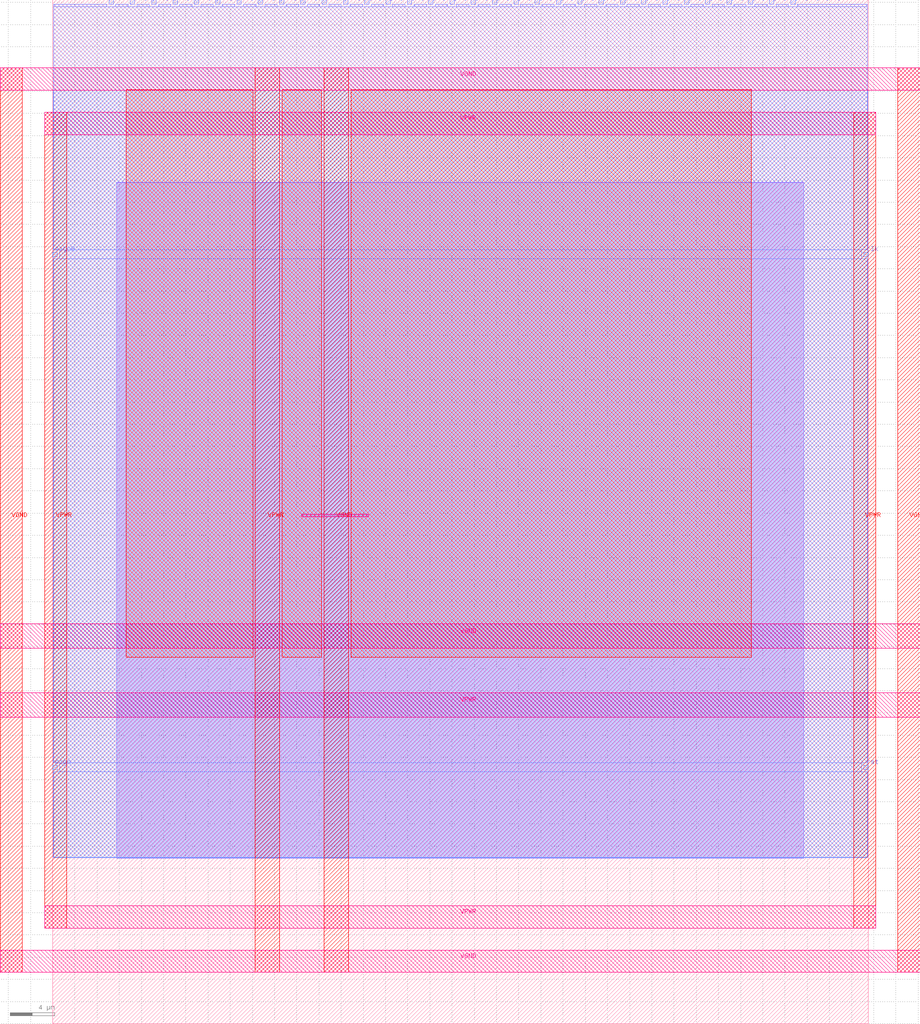
<source format=lef>
VERSION 5.7 ;
  NOWIREEXTENSIONATPIN ON ;
  DIVIDERCHAR "/" ;
  BUSBITCHARS "[]" ;
MACRO DigitalSine
  CLASS BLOCK ;
  FOREIGN DigitalSine ;
  ORIGIN 0.000 0.000 ;
  SIZE 73.510 BY 92.230 ;
  PIN VGND
    DIRECTION INOUT ;
    USE GROUND ;
    PORT
      LAYER Metal4 ;
        RECT -4.740 4.620 -2.740 86.100 ;
    END
    PORT
      LAYER Metal5 ;
        RECT -4.740 4.620 78.180 6.620 ;
    END
    PORT
      LAYER Metal5 ;
        RECT -4.740 84.100 78.180 86.100 ;
    END
    PORT
      LAYER Metal4 ;
        RECT 76.180 4.620 78.180 86.100 ;
    END
    PORT
      LAYER Metal4 ;
        RECT 24.460 4.620 26.660 86.100 ;
    END
    PORT
      LAYER Metal5 ;
        RECT -4.740 33.820 78.180 36.020 ;
    END
  END VGND
  PIN VPWR
    DIRECTION INOUT ;
    USE POWER ;
    PORT
      LAYER Metal4 ;
        RECT -0.740 8.620 1.260 82.100 ;
    END
    PORT
      LAYER Metal5 ;
        RECT -0.740 8.620 74.180 10.620 ;
    END
    PORT
      LAYER Metal5 ;
        RECT -0.740 80.100 74.180 82.100 ;
    END
    PORT
      LAYER Metal4 ;
        RECT 72.180 8.620 74.180 82.100 ;
    END
    PORT
      LAYER Metal4 ;
        RECT 18.260 4.620 20.460 86.100 ;
    END
    PORT
      LAYER Metal5 ;
        RECT -4.740 27.620 78.180 29.820 ;
    END
  END VPWR
  PIN clk
    DIRECTION INPUT ;
    USE SIGNAL ;
    ANTENNAGATEAREA 0.725400 ;
    PORT
      LAYER Metal2 ;
        RECT 73.110 69.100 73.510 69.500 ;
    END
  END clk
  PIN rst
    DIRECTION INPUT ;
    USE SIGNAL ;
    ANTENNAGATEAREA 0.180700 ;
    PORT
      LAYER Metal2 ;
        RECT 73.110 22.900 73.510 23.300 ;
    END
  END rst
  PIN sign
    DIRECTION OUTPUT ;
    USE SIGNAL ;
    ANTENNADIFFAREA 0.708600 ;
    PORT
      LAYER Metal2 ;
        RECT 0.000 22.900 0.400 23.300 ;
    END
  END sign
  PIN signB
    DIRECTION OUTPUT ;
    USE SIGNAL ;
    ANTENNADIFFAREA 0.708600 ;
    PORT
      LAYER Metal2 ;
        RECT 0.000 69.100 0.400 69.500 ;
    END
  END signB
  PIN sine_out[0]
    DIRECTION OUTPUT ;
    USE SIGNAL ;
    ANTENNADIFFAREA 0.708600 ;
    PORT
      LAYER Metal2 ;
        RECT 5.080 91.830 5.480 92.230 ;
    END
  END sine_out[0]
  PIN sine_out[10]
    DIRECTION OUTPUT ;
    USE SIGNAL ;
    ANTENNADIFFAREA 0.708600 ;
    PORT
      LAYER Metal2 ;
        RECT 24.280 91.830 24.680 92.230 ;
    END
  END sine_out[10]
  PIN sine_out[11]
    DIRECTION OUTPUT ;
    USE SIGNAL ;
    ANTENNADIFFAREA 0.708600 ;
    PORT
      LAYER Metal2 ;
        RECT 26.200 91.830 26.600 92.230 ;
    END
  END sine_out[11]
  PIN sine_out[12]
    DIRECTION OUTPUT ;
    USE SIGNAL ;
    ANTENNADIFFAREA 0.708600 ;
    PORT
      LAYER Metal2 ;
        RECT 28.120 91.830 28.520 92.230 ;
    END
  END sine_out[12]
  PIN sine_out[13]
    DIRECTION OUTPUT ;
    USE SIGNAL ;
    ANTENNADIFFAREA 0.708600 ;
    PORT
      LAYER Metal2 ;
        RECT 30.040 91.830 30.440 92.230 ;
    END
  END sine_out[13]
  PIN sine_out[14]
    DIRECTION OUTPUT ;
    USE SIGNAL ;
    ANTENNADIFFAREA 0.708600 ;
    PORT
      LAYER Metal2 ;
        RECT 31.960 91.830 32.360 92.230 ;
    END
  END sine_out[14]
  PIN sine_out[15]
    DIRECTION OUTPUT ;
    USE SIGNAL ;
    ANTENNADIFFAREA 0.708600 ;
    PORT
      LAYER Metal2 ;
        RECT 33.880 91.830 34.280 92.230 ;
    END
  END sine_out[15]
  PIN sine_out[16]
    DIRECTION OUTPUT ;
    USE SIGNAL ;
    ANTENNADIFFAREA 0.708600 ;
    PORT
      LAYER Metal2 ;
        RECT 35.800 91.830 36.200 92.230 ;
    END
  END sine_out[16]
  PIN sine_out[17]
    DIRECTION OUTPUT ;
    USE SIGNAL ;
    ANTENNADIFFAREA 0.708600 ;
    PORT
      LAYER Metal2 ;
        RECT 37.720 91.830 38.120 92.230 ;
    END
  END sine_out[17]
  PIN sine_out[18]
    DIRECTION OUTPUT ;
    USE SIGNAL ;
    ANTENNADIFFAREA 0.708600 ;
    PORT
      LAYER Metal2 ;
        RECT 39.640 91.830 40.040 92.230 ;
    END
  END sine_out[18]
  PIN sine_out[19]
    DIRECTION OUTPUT ;
    USE SIGNAL ;
    ANTENNADIFFAREA 0.708600 ;
    PORT
      LAYER Metal2 ;
        RECT 41.560 91.830 41.960 92.230 ;
    END
  END sine_out[19]
  PIN sine_out[1]
    DIRECTION OUTPUT ;
    USE SIGNAL ;
    ANTENNADIFFAREA 0.708600 ;
    PORT
      LAYER Metal2 ;
        RECT 7.000 91.830 7.400 92.230 ;
    END
  END sine_out[1]
  PIN sine_out[20]
    DIRECTION OUTPUT ;
    USE SIGNAL ;
    ANTENNADIFFAREA 0.708600 ;
    PORT
      LAYER Metal2 ;
        RECT 43.480 91.830 43.880 92.230 ;
    END
  END sine_out[20]
  PIN sine_out[21]
    DIRECTION OUTPUT ;
    USE SIGNAL ;
    ANTENNADIFFAREA 0.708600 ;
    PORT
      LAYER Metal2 ;
        RECT 45.400 91.830 45.800 92.230 ;
    END
  END sine_out[21]
  PIN sine_out[22]
    DIRECTION OUTPUT ;
    USE SIGNAL ;
    ANTENNADIFFAREA 0.708600 ;
    PORT
      LAYER Metal2 ;
        RECT 47.320 91.830 47.720 92.230 ;
    END
  END sine_out[22]
  PIN sine_out[23]
    DIRECTION OUTPUT ;
    USE SIGNAL ;
    ANTENNADIFFAREA 0.708600 ;
    PORT
      LAYER Metal2 ;
        RECT 49.240 91.830 49.640 92.230 ;
    END
  END sine_out[23]
  PIN sine_out[24]
    DIRECTION OUTPUT ;
    USE SIGNAL ;
    ANTENNADIFFAREA 0.708600 ;
    PORT
      LAYER Metal2 ;
        RECT 51.160 91.830 51.560 92.230 ;
    END
  END sine_out[24]
  PIN sine_out[25]
    DIRECTION OUTPUT ;
    USE SIGNAL ;
    ANTENNADIFFAREA 0.708600 ;
    PORT
      LAYER Metal2 ;
        RECT 53.080 91.830 53.480 92.230 ;
    END
  END sine_out[25]
  PIN sine_out[26]
    DIRECTION OUTPUT ;
    USE SIGNAL ;
    ANTENNADIFFAREA 0.708600 ;
    PORT
      LAYER Metal2 ;
        RECT 55.000 91.830 55.400 92.230 ;
    END
  END sine_out[26]
  PIN sine_out[27]
    DIRECTION OUTPUT ;
    USE SIGNAL ;
    ANTENNADIFFAREA 0.708600 ;
    PORT
      LAYER Metal2 ;
        RECT 56.920 91.830 57.320 92.230 ;
    END
  END sine_out[27]
  PIN sine_out[28]
    DIRECTION OUTPUT ;
    USE SIGNAL ;
    ANTENNADIFFAREA 0.708600 ;
    PORT
      LAYER Metal2 ;
        RECT 58.840 91.830 59.240 92.230 ;
    END
  END sine_out[28]
  PIN sine_out[29]
    DIRECTION OUTPUT ;
    USE SIGNAL ;
    ANTENNADIFFAREA 0.708600 ;
    PORT
      LAYER Metal2 ;
        RECT 60.760 91.830 61.160 92.230 ;
    END
  END sine_out[29]
  PIN sine_out[2]
    DIRECTION OUTPUT ;
    USE SIGNAL ;
    ANTENNADIFFAREA 0.708600 ;
    PORT
      LAYER Metal2 ;
        RECT 8.920 91.830 9.320 92.230 ;
    END
  END sine_out[2]
  PIN sine_out[30]
    DIRECTION OUTPUT ;
    USE SIGNAL ;
    ANTENNADIFFAREA 0.708600 ;
    PORT
      LAYER Metal2 ;
        RECT 62.680 91.830 63.080 92.230 ;
    END
  END sine_out[30]
  PIN sine_out[31]
    DIRECTION OUTPUT ;
    USE SIGNAL ;
    ANTENNADIFFAREA 0.708600 ;
    PORT
      LAYER Metal2 ;
        RECT 64.600 91.830 65.000 92.230 ;
    END
  END sine_out[31]
  PIN sine_out[32]
    DIRECTION OUTPUT ;
    USE SIGNAL ;
    ANTENNADIFFAREA 0.708600 ;
    PORT
      LAYER Metal2 ;
        RECT 66.520 91.830 66.920 92.230 ;
    END
  END sine_out[32]
  PIN sine_out[3]
    DIRECTION OUTPUT ;
    USE SIGNAL ;
    ANTENNADIFFAREA 0.708600 ;
    PORT
      LAYER Metal2 ;
        RECT 10.840 91.830 11.240 92.230 ;
    END
  END sine_out[3]
  PIN sine_out[4]
    DIRECTION OUTPUT ;
    USE SIGNAL ;
    ANTENNADIFFAREA 0.708600 ;
    PORT
      LAYER Metal2 ;
        RECT 12.760 91.830 13.160 92.230 ;
    END
  END sine_out[4]
  PIN sine_out[5]
    DIRECTION OUTPUT ;
    USE SIGNAL ;
    ANTENNADIFFAREA 0.708600 ;
    PORT
      LAYER Metal2 ;
        RECT 14.680 91.830 15.080 92.230 ;
    END
  END sine_out[5]
  PIN sine_out[6]
    DIRECTION OUTPUT ;
    USE SIGNAL ;
    ANTENNADIFFAREA 0.708600 ;
    PORT
      LAYER Metal2 ;
        RECT 16.600 91.830 17.000 92.230 ;
    END
  END sine_out[6]
  PIN sine_out[7]
    DIRECTION OUTPUT ;
    USE SIGNAL ;
    ANTENNADIFFAREA 0.708600 ;
    PORT
      LAYER Metal2 ;
        RECT 18.520 91.830 18.920 92.230 ;
    END
  END sine_out[7]
  PIN sine_out[8]
    DIRECTION OUTPUT ;
    USE SIGNAL ;
    ANTENNADIFFAREA 0.708600 ;
    PORT
      LAYER Metal2 ;
        RECT 20.440 91.830 20.840 92.230 ;
    END
  END sine_out[8]
  PIN sine_out[9]
    DIRECTION OUTPUT ;
    USE SIGNAL ;
    ANTENNADIFFAREA 0.708600 ;
    PORT
      LAYER Metal2 ;
        RECT 22.360 91.830 22.760 92.230 ;
    END
  END sine_out[9]
  OBS
      LAYER GatPoly ;
        RECT 5.760 14.970 67.680 75.750 ;
      LAYER Metal1 ;
        RECT 5.760 14.900 67.680 75.820 ;
      LAYER Metal2 ;
        RECT 0.095 91.620 4.870 91.830 ;
        RECT 5.690 91.620 6.790 91.830 ;
        RECT 7.610 91.620 8.710 91.830 ;
        RECT 9.530 91.620 10.630 91.830 ;
        RECT 11.450 91.620 12.550 91.830 ;
        RECT 13.370 91.620 14.470 91.830 ;
        RECT 15.290 91.620 16.390 91.830 ;
        RECT 17.210 91.620 18.310 91.830 ;
        RECT 19.130 91.620 20.230 91.830 ;
        RECT 21.050 91.620 22.150 91.830 ;
        RECT 22.970 91.620 24.070 91.830 ;
        RECT 24.890 91.620 25.990 91.830 ;
        RECT 26.810 91.620 27.910 91.830 ;
        RECT 28.730 91.620 29.830 91.830 ;
        RECT 30.650 91.620 31.750 91.830 ;
        RECT 32.570 91.620 33.670 91.830 ;
        RECT 34.490 91.620 35.590 91.830 ;
        RECT 36.410 91.620 37.510 91.830 ;
        RECT 38.330 91.620 39.430 91.830 ;
        RECT 40.250 91.620 41.350 91.830 ;
        RECT 42.170 91.620 43.270 91.830 ;
        RECT 44.090 91.620 45.190 91.830 ;
        RECT 46.010 91.620 47.110 91.830 ;
        RECT 47.930 91.620 49.030 91.830 ;
        RECT 49.850 91.620 50.950 91.830 ;
        RECT 51.770 91.620 52.870 91.830 ;
        RECT 53.690 91.620 54.790 91.830 ;
        RECT 55.610 91.620 56.710 91.830 ;
        RECT 57.530 91.620 58.630 91.830 ;
        RECT 59.450 91.620 60.550 91.830 ;
        RECT 61.370 91.620 62.470 91.830 ;
        RECT 63.290 91.620 64.390 91.830 ;
        RECT 65.210 91.620 66.310 91.830 ;
        RECT 67.130 91.620 73.415 91.830 ;
        RECT 0.095 69.710 73.415 91.620 ;
        RECT 0.610 68.890 72.900 69.710 ;
        RECT 0.095 23.510 73.415 68.890 ;
        RECT 0.610 22.690 72.900 23.510 ;
        RECT 0.095 14.975 73.415 22.690 ;
      LAYER Metal3 ;
        RECT 0.055 15.020 73.455 84.105 ;
      LAYER Metal4 ;
        RECT 6.620 33.035 18.050 84.145 ;
        RECT 20.670 33.035 24.250 84.145 ;
        RECT 26.870 33.035 62.980 84.145 ;
      LAYER Metal5 ;
        RECT 22.415 45.680 28.465 45.880 ;
  END
END DigitalSine
END LIBRARY


</source>
